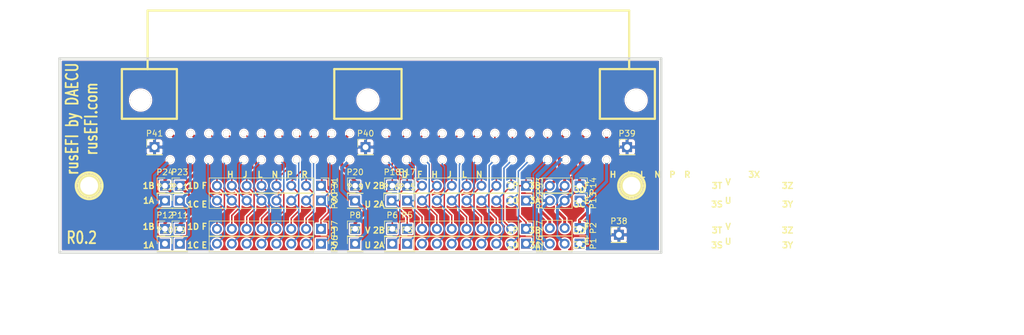
<source format=kicad_pcb>
(kicad_pcb (version 20171130) (host pcbnew "(5.1.5)-3")
  (title_block (title "ECU adapter") (date 2017-02-05) (rev R0.2) (company DAECU))
  (layers (0 F.Cu signal) (31 B.Cu signal) (34 B.Paste user) (35 F.Paste user) (36 B.SilkS user) (37 F.SilkS user) (38 B.Mask user) (39 F.Mask user) (44 Edge.Cuts user))
  (net 0 "")
  (net 1 GND)
  (net 2 "Net-(P1-Pad1)")
  (net 3 "Net-(P1-Pad2)")
  (net 4 "Net-(P1-Pad3)")
  (net 5 "Net-(P10-Pad1)")
  (net 6 "Net-(P11-Pad1)")
  (net 7 "Net-(P12-Pad1)")
  (net 8 "Net-(P14-Pad1)")
  (net 9 "Net-(P14-Pad2)")
  (net 10 "Net-(P14-Pad3)")
  (net 11 "Net-(P15-Pad1)")
  (net 12 "Net-(P16-Pad1)")
  (net 13 "Net-(P17-Pad1)")
  (net 14 "Net-(P18-Pad1)")
  (net 15 "Net-(P19-Pad1)")
  (net 16 "Net-(P20-Pad1)")
  (net 17 "Net-(P21-Pad1)")
  (net 18 "Net-(P25-Pad45)")
  (net 19 "Net-(P25-Pad37)")
  (net 20 "Net-(P25-Pad38)")
  (net 21 "Net-(P25-Pad46)")
  (net 22 "Net-(P25-Pad48)")
  (net 23 "Net-(P25-Pad40)")
  (net 24 "Net-(P25-Pad39)")
  (net 25 "Net-(P25-Pad47)")
  (net 26 "Net-(P25-Pad43)")
  (net 27 "Net-(P25-Pad35)")
  (net 28 "Net-(P25-Pad36)")
  (net 29 "Net-(P25-Pad44)")
  (net 30 "Net-(P25-Pad42)")
  (net 31 "Net-(P25-Pad34)")
  (net 32 "Net-(P25-Pad33)")
  (net 33 "Net-(P25-Pad41)")
  (net 34 "Net-(P25-Pad21)")
  (net 35 "Net-(P25-Pad29)")
  (net 36 "Net-(P25-Pad22)")
  (net 37 "Net-(P25-Pad30)")
  (net 38 "Net-(P25-Pad24)")
  (net 39 "Net-(P25-Pad32)")
  (net 40 "Net-(P25-Pad23)")
  (net 41 "Net-(P25-Pad31)")
  (net 42 "Net-(P25-Pad19)")
  (net 43 "Net-(P25-Pad27)")
  (net 44 "Net-(P25-Pad20)")
  (net 45 "Net-(P25-Pad28)")
  (net 46 "Net-(P25-Pad18)")
  (net 47 "Net-(P25-Pad26)")
  (net 48 "Net-(P25-Pad17)")
  (net 49 "Net-(P25-Pad25)")
  (module connector:174917 (layer F.Cu) (at 69.723 57.785)
    (fp_text reference P25 hide)
    (fp_text value 174917 hide)
    (pad 16 thru_hole circle (at 0.00254 -4.50088 180) (size 1.15062 1.15062) (drill 1.09982) (layers *.Cu *.Mask F.SilkS) (net 7 "Net-(P12-Pad1)"))
    (pad 13 thru_hole circle (at 0.00254 0) (size 1.15062 1.15062) (drill 1.09982) (layers *.Cu *.Mask F.SilkS) (net 5 "Net-(P10-Pad1)"))
    (pad 12 thru_hole circle (at 3.50012 0) (size 1.15062 1.15062) (drill 1.09982) (layers *.Cu *.Mask F.SilkS) (net 17 "Net-(P21-Pad1)"))
    (pad 15 thru_hole circle (at 3.50012 -4.50088 180) (size 1.15062 1.15062) (drill 1.09982) (layers *.Cu *.Mask F.SilkS) (net 6 "Net-(P11-Pad1)"))
    (pad 45 thru_hole circle (at 15.60068 -4.50088 180) (size 1.15062 1.15062) (drill 1.09982) (layers *.Cu *.Mask F.SilkS) (net 18 "Net-(P25-Pad45)"))
    (pad 37 thru_hole circle (at 15.60068 0) (size 1.15062 1.15062) (drill 1.09982) (layers *.Cu *.Mask F.SilkS) (net 19 "Net-(P25-Pad37)"))
    (pad 38 thru_hole circle (at 12.60094 0) (size 1.15062 1.15062) (drill 1.09982) (layers *.Cu *.Mask F.SilkS) (net 20 "Net-(P25-Pad38)"))
    (pad 46 thru_hole circle (at 12.60094 -4.50088 180) (size 1.15062 1.15062) (drill 1.09982) (layers *.Cu *.Mask F.SilkS) (net 21 "Net-(P25-Pad46)"))
    (pad 48 thru_hole circle (at 6.60146 -4.50088 180) (size 1.15062 1.15062) (drill 1.09982) (layers *.Cu *.Mask F.SilkS) (net 22 "Net-(P25-Pad48)"))
    (pad 40 thru_hole circle (at 6.60146 0) (size 1.15062 1.15062) (drill 1.09982) (layers *.Cu *.Mask F.SilkS) (net 23 "Net-(P25-Pad40)"))
    (pad 39 thru_hole circle (at 9.6012 0) (size 1.15062 1.15062) (drill 1.09982) (layers *.Cu *.Mask F.SilkS) (net 24 "Net-(P25-Pad39)"))
    (pad 47 thru_hole circle (at 9.6012 -4.50088 180) (size 1.15062 1.15062) (drill 1.09982) (layers *.Cu *.Mask F.SilkS) (net 25 "Net-(P25-Pad47)"))
    (pad 43 thru_hole circle (at 21.60016 -4.50088 180) (size 1.15062 1.15062) (drill 1.09982) (layers *.Cu *.Mask F.SilkS) (net 26 "Net-(P25-Pad43)"))
    (pad 35 thru_hole circle (at 21.60016 0) (size 1.15062 1.15062) (drill 1.09982) (layers *.Cu *.Mask F.SilkS) (net 27 "Net-(P25-Pad35)"))
    (pad 36 thru_hole circle (at 18.60042 0) (size 1.15062 1.15062) (drill 1.09982) (layers *.Cu *.Mask F.SilkS) (net 28 "Net-(P25-Pad36)"))
    (pad 44 thru_hole circle (at 18.60042 -4.50088 180) (size 1.15062 1.15062) (drill 1.09982) (layers *.Cu *.Mask F.SilkS) (net 29 "Net-(P25-Pad44)"))
    (pad 42 thru_hole circle (at 24.5999 -4.50088 180) (size 1.15062 1.15062) (drill 1.09982) (layers *.Cu *.Mask F.SilkS) (net 30 "Net-(P25-Pad42)"))
    (pad 34 thru_hole circle (at 24.5999 0) (size 1.15062 1.15062) (drill 1.09982) (layers *.Cu *.Mask F.SilkS) (net 31 "Net-(P25-Pad34)"))
    (pad 33 thru_hole circle (at 27.59964 0) (size 1.15062 1.15062) (drill 1.09982) (layers *.Cu *.Mask F.SilkS) (net 32 "Net-(P25-Pad33)"))
    (pad 41 thru_hole circle (at 27.59964 -4.50088 180) (size 1.15062 1.15062) (drill 1.09982) (layers *.Cu *.Mask F.SilkS) (net 33 "Net-(P25-Pad41)"))
    (pad 14 thru_hole circle (at 30.70098 -4.50088 180) (size 1.15062 1.15062) (drill 1.09982) (layers *.Cu *.Mask F.SilkS) (net 16 "Net-(P20-Pad1)"))
    (pad 11 thru_hole circle (at 30.70098 0) (size 1.15062 1.15062) (drill 1.09982) (layers *.Cu *.Mask F.SilkS) (net 15 "Net-(P19-Pad1)"))
    (pad 4 thru_hole circle (at 40.40124 0) (size 1.15062 1.15062) (drill 1.09982) (layers *.Cu *.Mask F.SilkS) (net 11 "Net-(P15-Pad1)"))
    (pad 9 thru_hole circle (at 40.40124 -4.50088 180) (size 1.15062 1.15062) (drill 1.09982) (layers *.Cu *.Mask F.SilkS) (net 13 "Net-(P17-Pad1)"))
    (pad 5 thru_hole circle (at 36.90112 0) (size 1.15062 1.15062) (drill 1.09982) (layers *.Cu *.Mask F.SilkS) (net 12 "Net-(P16-Pad1)"))
    (pad 10 thru_hole circle (at 36.90112 -4.50088 180) (size 1.15062 1.15062) (drill 1.09982) (layers *.Cu *.Mask F.SilkS) (net 14 "Net-(P18-Pad1)"))
    (pad 21 thru_hole circle (at 52.50434 0) (size 1.15062 1.15062) (drill 1.09982) (layers *.Cu *.Mask F.SilkS) (net 34 "Net-(P25-Pad21)"))
    (pad 29 thru_hole circle (at 52.50434 -4.50088 180) (size 1.15062 1.15062) (drill 1.09982) (layers *.Cu *.Mask F.SilkS) (net 35 "Net-(P25-Pad29)"))
    (pad 22 thru_hole circle (at 49.5046 0) (size 1.15062 1.15062) (drill 1.09982) (layers *.Cu *.Mask F.SilkS) (net 36 "Net-(P25-Pad22)"))
    (pad 30 thru_hole circle (at 49.5046 -4.50088 180) (size 1.15062 1.15062) (drill 1.09982) (layers *.Cu *.Mask F.SilkS) (net 37 "Net-(P25-Pad30)"))
    (pad 24 thru_hole circle (at 43.50512 0) (size 1.15062 1.15062) (drill 1.09982) (layers *.Cu *.Mask F.SilkS) (net 38 "Net-(P25-Pad24)"))
    (pad 32 thru_hole circle (at 43.50512 -4.50088 180) (size 1.15062 1.15062) (drill 1.09982) (layers *.Cu *.Mask F.SilkS) (net 39 "Net-(P25-Pad32)"))
    (pad 23 thru_hole circle (at 46.50486 0) (size 1.15062 1.15062) (drill 1.09982) (layers *.Cu *.Mask F.SilkS) (net 40 "Net-(P25-Pad23)"))
    (pad 31 thru_hole circle (at 46.50486 -4.50088 180) (size 1.15062 1.15062) (drill 1.09982) (layers *.Cu *.Mask F.SilkS) (net 41 "Net-(P25-Pad31)"))
    (pad 19 thru_hole circle (at 58.50382 0) (size 1.15062 1.15062) (drill 1.09982) (layers *.Cu *.Mask F.SilkS) (net 42 "Net-(P25-Pad19)"))
    (pad 27 thru_hole circle (at 58.50382 -4.50088 180) (size 1.15062 1.15062) (drill 1.09982) (layers *.Cu *.Mask F.SilkS) (net 43 "Net-(P25-Pad27)"))
    (pad 20 thru_hole circle (at 55.50408 0) (size 1.15062 1.15062) (drill 1.09982) (layers *.Cu *.Mask F.SilkS) (net 44 "Net-(P25-Pad20)"))
    (pad 28 thru_hole circle (at 55.50408 -4.50088 180) (size 1.15062 1.15062) (drill 1.09982) (layers *.Cu *.Mask F.SilkS) (net 45 "Net-(P25-Pad28)"))
    (pad 18 thru_hole circle (at 61.50356 0) (size 1.15062 1.15062) (drill 1.09982) (layers *.Cu *.Mask F.SilkS) (net 46 "Net-(P25-Pad18)"))
    (pad 26 thru_hole circle (at 61.50356 -4.50088 180) (size 1.15062 1.15062) (drill 1.09982) (layers *.Cu *.Mask F.SilkS) (net 47 "Net-(P25-Pad26)"))
    (pad 17 thru_hole circle (at 64.5033 0) (size 1.15062 1.15062) (drill 1.09982) (layers *.Cu *.Mask F.SilkS) (net 48 "Net-(P25-Pad17)"))
    (pad 25 thru_hole circle (at 64.5033 -4.50088 180) (size 1.15062 1.15062) (drill 1.09982) (layers *.Cu *.Mask F.SilkS) (net 49 "Net-(P25-Pad25)"))
    (pad 3 thru_hole circle (at 67.60464 0) (size 1.15062 1.15062) (drill 1.09982) (layers *.Cu *.Mask F.SilkS) (net 4 "Net-(P1-Pad3)"))
    (pad 8 thru_hole circle (at 67.60464 -4.50088 180) (size 1.15062 1.15062) (drill 1.09982) (layers *.Cu *.Mask F.SilkS) (net 10 "Net-(P14-Pad3)"))
    (pad 2 thru_hole circle (at 71.10476 0) (size 1.15062 1.15062) (drill 1.09982) (layers *.Cu *.Mask F.SilkS) (net 3 "Net-(P1-Pad2)"))
    (pad 7 thru_hole circle (at 71.10476 -4.50088 180) (size 1.15062 1.15062) (drill 1.09982) (layers *.Cu *.Mask F.SilkS) (net 9 "Net-(P14-Pad2)"))
    (pad "" thru_hole circle (at -5.04952 -10.20064) (size 3.50012 3.50012) (drill 3.50012) (layers *.Cu *.Mask F.SilkS))
    (pad "" thru_hole circle (at 33.80486 -10.20064) (size 3.50012 3.50012) (drill 3.50012) (layers *.Cu *.Mask F.SilkS))
    (pad 1 thru_hole circle (at 74.60488 0) (size 1.15062 1.15062) (drill 1.09982) (layers *.Cu *.Mask F.SilkS) (net 2 "Net-(P1-Pad1)"))
    (pad 6 thru_hole circle (at 74.60488 -4.50088 180) (size 1.15062 1.15062) (drill 1.09982) (layers *.Cu *.Mask F.SilkS) (net 8 "Net-(P14-Pad1)"))
    (pad "" thru_hole circle (at 79.6544 -10.20064) (size 3.50012 3.50012) (drill 3.50012) (layers *.Cu *.Mask F.SilkS))
  )
  (module 1pin (layer F.Cu) (at 55.88 62.23)
    (fp_text reference 1PIN hide)
    (fp_text value P*** hide)
    (pad 1 thru_hole circle (at 0 0) (size 4.064 4.064) (drill 3.048) (layers *.Cu *.Mask F.SilkS))
  )
  (module 1pin (layer F.Cu) (at 148.59 62.23)
    (fp_text reference 1PIN hide)
    (fp_text value P*** hide)
    (pad 1 thru_hole circle (at 0 0) (size 4.064 4.064) (drill 3.048) (layers *.Cu *.Mask F.SilkS))
  )
  (module Connector_PinHeader_2.54mm:PinHeader_1x03_P2.54mm_Vertical (layer F.Cu) (at 139.7 72.136 270)
    (fp_text reference P1 (at 0 -2.33 90) (layer F.SilkS))
    (fp_text value CONN_3)
    (pad 1 thru_hole rect (at 0 0 270) (size 1.7 1.7) (drill 1) (layers *.Cu *.Mask) (net 2 "Net-(P1-Pad1)"))
    (pad 2 thru_hole oval (at 0 2.54 270) (size 1.7 1.7) (drill 1) (layers *.Cu *.Mask) (net 3 "Net-(P1-Pad2)"))
    (pad 3 thru_hole oval (at 0 5.08 270) (size 1.7 1.7) (drill 1) (layers *.Cu *.Mask) (net 4 "Net-(P1-Pad3)"))
  )
  (module Connector_PinHeader_2.54mm:PinHeader_1x03_P2.54mm_Vertical (layer F.Cu) (at 139.7 69.469 270)
    (fp_text reference P2 (at 0 -2.33 90) (layer F.SilkS))
    (fp_text value CONN_3)
    (pad 3 thru_hole oval (at 0 5.08 270) (size 1.7 1.7) (drill 1) (layers *.Cu *.Mask) (net 10 "Net-(P14-Pad3)"))
    (pad 2 thru_hole oval (at 0 2.54 270) (size 1.7 1.7) (drill 1) (layers *.Cu *.Mask) (net 9 "Net-(P14-Pad2)"))
    (pad 1 thru_hole rect (at 0 0 270) (size 1.7 1.7) (drill 1) (layers *.Cu *.Mask) (net 8 "Net-(P14-Pad1)"))
  )
  (module Connector_PinHeader_2.54mm:PinHeader_1x01_P2.54mm_Vertical (layer F.Cu) (at 110.236 72.136)
    (fp_text reference P3 (at 0 -2.33) (layer F.SilkS))
    (fp_text value CONN_1)
    (pad 1 thru_hole rect (at 0 0) (size 1.7 1.7) (drill 1) (layers *.Cu *.Mask) (net 11 "Net-(P15-Pad1)"))
  )
  (module Connector_PinHeader_2.54mm:PinHeader_1x01_P2.54mm_Vertical (layer F.Cu) (at 107.696 72.136)
    (fp_text reference P4 (at 0 -2.33) (layer F.SilkS))
    (fp_text value CONN_1)
    (pad 1 thru_hole rect (at 0 0) (size 1.7 1.7) (drill 1) (layers *.Cu *.Mask) (net 12 "Net-(P16-Pad1)"))
  )
  (module Connector_PinHeader_2.54mm:PinHeader_1x01_P2.54mm_Vertical (layer F.Cu) (at 110.236 69.596)
    (fp_text reference P5 (at 0 -2.33) (layer F.SilkS))
    (fp_text value CONN_1)
    (pad 1 thru_hole rect (at 0 0) (size 1.7 1.7) (drill 1) (layers *.Cu *.Mask) (net 13 "Net-(P17-Pad1)"))
  )
  (module Connector_PinHeader_2.54mm:PinHeader_1x01_P2.54mm_Vertical (layer F.Cu) (at 107.696 69.596)
    (fp_text reference P6 (at 0 -2.33) (layer F.SilkS))
    (fp_text value CONN_1)
    (pad 1 thru_hole rect (at 0 0) (size 1.7 1.7) (drill 1) (layers *.Cu *.Mask) (net 14 "Net-(P18-Pad1)"))
  )
  (module Connector_PinHeader_2.54mm:PinHeader_1x01_P2.54mm_Vertical (layer F.Cu) (at 101.346 72.136)
    (fp_text reference P7 (at 0 -2.33) (layer F.SilkS))
    (fp_text value CONN_1)
    (pad 1 thru_hole rect (at 0 0) (size 1.7 1.7) (drill 1) (layers *.Cu *.Mask) (net 15 "Net-(P19-Pad1)"))
  )
  (module Connector_PinHeader_2.54mm:PinHeader_1x01_P2.54mm_Vertical (layer F.Cu) (at 101.346 69.596)
    (fp_text reference P8 (at 0 -2.33) (layer F.SilkS))
    (fp_text value CONN_1)
    (pad 1 thru_hole rect (at 0 0) (size 1.7 1.7) (drill 1) (layers *.Cu *.Mask) (net 16 "Net-(P20-Pad1)"))
  )
  (module Connector_PinHeader_2.54mm:PinHeader_1x01_P2.54mm_Vertical (layer F.Cu) (at 71.374 72.136)
    (fp_text reference P9 (at 0 -2.33) (layer F.SilkS))
    (fp_text value CONN_1)
    (pad 1 thru_hole rect (at 0 0) (size 1.7 1.7) (drill 1) (layers *.Cu *.Mask) (net 17 "Net-(P21-Pad1)"))
  )
  (module Connector_PinHeader_2.54mm:PinHeader_1x01_P2.54mm_Vertical (layer F.Cu) (at 68.834 72.136)
    (fp_text reference P10 (at 0 -2.33) (layer F.SilkS))
    (fp_text value CONN_1)
    (pad 1 thru_hole rect (at 0 0) (size 1.7 1.7) (drill 1) (layers *.Cu *.Mask) (net 5 "Net-(P10-Pad1)"))
  )
  (module Connector_PinHeader_2.54mm:PinHeader_1x01_P2.54mm_Vertical (layer F.Cu) (at 71.374 69.596)
    (fp_text reference P11 (at 0 -2.33) (layer F.SilkS))
    (fp_text value CONN_1)
    (pad 1 thru_hole rect (at 0 0) (size 1.7 1.7) (drill 1) (layers *.Cu *.Mask) (net 6 "Net-(P11-Pad1)"))
  )
  (module Connector_PinHeader_2.54mm:PinHeader_1x01_P2.54mm_Vertical (layer F.Cu) (at 68.834 69.596)
    (fp_text reference P12 (at 0 -2.33) (layer F.SilkS))
    (fp_text value CONN_1)
    (pad 1 thru_hole rect (at 0 0) (size 1.7 1.7) (drill 1) (layers *.Cu *.Mask) (net 7 "Net-(P12-Pad1)"))
  )
  (module Connector_PinHeader_2.54mm:PinHeader_1x03_P2.54mm_Vertical (layer F.Cu) (at 139.7 64.77 270)
    (fp_text reference P13 (at 0 -2.33 90) (layer F.SilkS))
    (fp_text value CONN_3)
    (pad 3 thru_hole oval (at 0 5.08 270) (size 1.7 1.7) (drill 1) (layers *.Cu *.Mask) (net 4 "Net-(P1-Pad3)"))
    (pad 2 thru_hole oval (at 0 2.54 270) (size 1.7 1.7) (drill 1) (layers *.Cu *.Mask) (net 3 "Net-(P1-Pad2)"))
    (pad 1 thru_hole rect (at 0 0 270) (size 1.7 1.7) (drill 1) (layers *.Cu *.Mask) (net 2 "Net-(P1-Pad1)"))
  )
  (module Connector_PinHeader_2.54mm:PinHeader_1x03_P2.54mm_Vertical (layer F.Cu) (at 139.7 62.23 270)
    (fp_text reference P14 (at 0 -2.33 90) (layer F.SilkS))
    (fp_text value CONN_3)
    (pad 1 thru_hole rect (at 0 0 270) (size 1.7 1.7) (drill 1) (layers *.Cu *.Mask) (net 8 "Net-(P14-Pad1)"))
    (pad 2 thru_hole oval (at 0 2.54 270) (size 1.7 1.7) (drill 1) (layers *.Cu *.Mask) (net 9 "Net-(P14-Pad2)"))
    (pad 3 thru_hole oval (at 0 5.08 270) (size 1.7 1.7) (drill 1) (layers *.Cu *.Mask) (net 10 "Net-(P14-Pad3)"))
  )
  (module Connector_PinHeader_2.54mm:PinHeader_1x01_P2.54mm_Vertical (layer F.Cu) (at 110.236 64.77)
    (fp_text reference P15 (at 0 -2.33) (layer F.SilkS))
    (fp_text value CONN_1)
    (pad 1 thru_hole rect (at 0 0) (size 1.7 1.7) (drill 1) (layers *.Cu *.Mask) (net 11 "Net-(P15-Pad1)"))
  )
  (module Connector_PinHeader_2.54mm:PinHeader_1x01_P2.54mm_Vertical (layer F.Cu) (at 107.569 64.77)
    (fp_text reference P16 (at 0 -2.33) (layer F.SilkS))
    (fp_text value CONN_1)
    (pad 1 thru_hole rect (at 0 0) (size 1.7 1.7) (drill 1) (layers *.Cu *.Mask) (net 12 "Net-(P16-Pad1)"))
  )
  (module Connector_PinHeader_2.54mm:PinHeader_1x01_P2.54mm_Vertical (layer F.Cu) (at 110.236 62.23)
    (fp_text reference P17 (at 0 -2.33) (layer F.SilkS))
    (fp_text value CONN_1)
    (pad 1 thru_hole rect (at 0 0) (size 1.7 1.7) (drill 1) (layers *.Cu *.Mask) (net 13 "Net-(P17-Pad1)"))
  )
  (module Connector_PinHeader_2.54mm:PinHeader_1x01_P2.54mm_Vertical (layer F.Cu) (at 107.696 62.23)
    (fp_text reference P18 (at 0 -2.33) (layer F.SilkS))
    (fp_text value CONN_1)
    (pad 1 thru_hole rect (at 0 0) (size 1.7 1.7) (drill 1) (layers *.Cu *.Mask) (net 14 "Net-(P18-Pad1)"))
  )
  (module Connector_PinHeader_2.54mm:PinHeader_1x01_P2.54mm_Vertical (layer F.Cu) (at 101.346 64.77)
    (fp_text reference P19 (at 0 -2.33) (layer F.SilkS))
    (fp_text value CONN_1)
    (pad 1 thru_hole rect (at 0 0) (size 1.7 1.7) (drill 1) (layers *.Cu *.Mask) (net 15 "Net-(P19-Pad1)"))
  )
  (module Connector_PinHeader_2.54mm:PinHeader_1x01_P2.54mm_Vertical (layer F.Cu) (at 101.346 62.23)
    (fp_text reference P20 (at 0 -2.33) (layer F.SilkS))
    (fp_text value CONN_1)
    (pad 1 thru_hole rect (at 0 0) (size 1.7 1.7) (drill 1) (layers *.Cu *.Mask) (net 16 "Net-(P20-Pad1)"))
  )
  (module Connector_PinHeader_2.54mm:PinHeader_1x01_P2.54mm_Vertical (layer F.Cu) (at 71.374 64.77)
    (fp_text reference P21 (at 0 -2.33) (layer F.SilkS))
    (fp_text value CONN_1)
    (pad 1 thru_hole rect (at 0 0) (size 1.7 1.7) (drill 1) (layers *.Cu *.Mask) (net 17 "Net-(P21-Pad1)"))
  )
  (module Connector_PinHeader_2.54mm:PinHeader_1x01_P2.54mm_Vertical (layer F.Cu) (at 68.834 64.77)
    (fp_text reference P22 (at 0 -2.33) (layer F.SilkS))
    (fp_text value CONN_1)
    (pad 1 thru_hole rect (at 0 0) (size 1.7 1.7) (drill 1) (layers *.Cu *.Mask) (net 5 "Net-(P10-Pad1)"))
  )
  (module Connector_PinHeader_2.54mm:PinHeader_1x01_P2.54mm_Vertical (layer F.Cu) (at 71.374 62.23)
    (fp_text reference P23 (at 0 -2.33) (layer F.SilkS))
    (fp_text value CONN_1)
    (pad 1 thru_hole rect (at 0 0) (size 1.7 1.7) (drill 1) (layers *.Cu *.Mask) (net 6 "Net-(P11-Pad1)"))
  )
  (module Connector_PinHeader_2.54mm:PinHeader_1x01_P2.54mm_Vertical (layer F.Cu) (at 68.834 62.23)
    (fp_text reference P24 (at 0 -2.33) (layer F.SilkS))
    (fp_text value CONN_1)
    (pad 1 thru_hole rect (at 0 0) (size 1.7 1.7) (drill 1) (layers *.Cu *.Mask) (net 7 "Net-(P12-Pad1)"))
  )
  (module Connector_PinHeader_2.54mm:PinHeader_1x08_P2.54mm_Vertical (layer F.Cu) (at 130.556 72.136 270)
    (fp_text reference P26 (at 0 -2.33 90) (layer F.SilkS))
    (fp_text value CONN_8)
    (pad 1 thru_hole rect (at 0 0 270) (size 1.7 1.7) (drill 1) (layers *.Cu *.Mask) (net 48 "Net-(P25-Pad17)"))
    (pad 2 thru_hole oval (at 0 2.54 270) (size 1.7 1.7) (drill 1) (layers *.Cu *.Mask) (net 46 "Net-(P25-Pad18)"))
    (pad 3 thru_hole oval (at 0 5.08 270) (size 1.7 1.7) (drill 1) (layers *.Cu *.Mask) (net 42 "Net-(P25-Pad19)"))
    (pad 4 thru_hole oval (at 0 7.62 270) (size 1.7 1.7) (drill 1) (layers *.Cu *.Mask) (net 44 "Net-(P25-Pad20)"))
    (pad 5 thru_hole oval (at 0 10.16 270) (size 1.7 1.7) (drill 1) (layers *.Cu *.Mask) (net 34 "Net-(P25-Pad21)"))
    (pad 6 thru_hole oval (at 0 12.7 270) (size 1.7 1.7) (drill 1) (layers *.Cu *.Mask) (net 36 "Net-(P25-Pad22)"))
    (pad 7 thru_hole oval (at 0 15.24 270) (size 1.7 1.7) (drill 1) (layers *.Cu *.Mask) (net 40 "Net-(P25-Pad23)"))
    (pad 8 thru_hole oval (at 0 17.78 270) (size 1.7 1.7) (drill 1) (layers *.Cu *.Mask) (net 38 "Net-(P25-Pad24)"))
  )
  (module Connector_PinHeader_2.54mm:PinHeader_1x08_P2.54mm_Vertical (layer F.Cu) (at 130.556 69.596 270)
    (fp_text reference P27 (at 0 -2.33 90) (layer F.SilkS))
    (fp_text value CONN_8)
    (pad 8 thru_hole oval (at 0 17.78 270) (size 1.7 1.7) (drill 1) (layers *.Cu *.Mask) (net 39 "Net-(P25-Pad32)"))
    (pad 7 thru_hole oval (at 0 15.24 270) (size 1.7 1.7) (drill 1) (layers *.Cu *.Mask) (net 41 "Net-(P25-Pad31)"))
    (pad 6 thru_hole oval (at 0 12.7 270) (size 1.7 1.7) (drill 1) (layers *.Cu *.Mask) (net 37 "Net-(P25-Pad30)"))
    (pad 5 thru_hole oval (at 0 10.16 270) (size 1.7 1.7) (drill 1) (layers *.Cu *.Mask) (net 35 "Net-(P25-Pad29)"))
    (pad 4 thru_hole oval (at 0 7.62 270) (size 1.7 1.7) (drill 1) (layers *.Cu *.Mask) (net 45 "Net-(P25-Pad28)"))
    (pad 3 thru_hole oval (at 0 5.08 270) (size 1.7 1.7) (drill 1) (layers *.Cu *.Mask) (net 43 "Net-(P25-Pad27)"))
    (pad 2 thru_hole oval (at 0 2.54 270) (size 1.7 1.7) (drill 1) (layers *.Cu *.Mask) (net 47 "Net-(P25-Pad26)"))
    (pad 1 thru_hole rect (at 0 0 270) (size 1.7 1.7) (drill 1) (layers *.Cu *.Mask) (net 49 "Net-(P25-Pad25)"))
  )
  (module Connector_PinHeader_2.54mm:PinHeader_1x08_P2.54mm_Vertical (layer F.Cu) (at 95.504 64.77 270)
    (fp_text reference P30 (at 0 -2.33 90) (layer F.SilkS))
    (fp_text value CONN_8)
    (pad 1 thru_hole rect (at 0 0 270) (size 1.7 1.7) (drill 1) (layers *.Cu *.Mask) (net 32 "Net-(P25-Pad33)"))
    (pad 2 thru_hole oval (at 0 2.54 270) (size 1.7 1.7) (drill 1) (layers *.Cu *.Mask) (net 31 "Net-(P25-Pad34)"))
    (pad 3 thru_hole oval (at 0 5.08 270) (size 1.7 1.7) (drill 1) (layers *.Cu *.Mask) (net 27 "Net-(P25-Pad35)"))
    (pad 4 thru_hole oval (at 0 7.62 270) (size 1.7 1.7) (drill 1) (layers *.Cu *.Mask) (net 28 "Net-(P25-Pad36)"))
    (pad 5 thru_hole oval (at 0 10.16 270) (size 1.7 1.7) (drill 1) (layers *.Cu *.Mask) (net 19 "Net-(P25-Pad37)"))
    (pad 6 thru_hole oval (at 0 12.7 270) (size 1.7 1.7) (drill 1) (layers *.Cu *.Mask) (net 20 "Net-(P25-Pad38)"))
    (pad 7 thru_hole oval (at 0 15.24 270) (size 1.7 1.7) (drill 1) (layers *.Cu *.Mask) (net 24 "Net-(P25-Pad39)"))
    (pad 8 thru_hole oval (at 0 17.78 270) (size 1.7 1.7) (drill 1) (layers *.Cu *.Mask) (net 23 "Net-(P25-Pad40)"))
  )
  (module Connector_PinHeader_2.54mm:PinHeader_1x08_P2.54mm_Vertical (layer F.Cu) (at 95.504 62.23 270)
    (fp_text reference P31 (at 0 -2.33 90) (layer F.SilkS))
    (fp_text value CONN_8)
    (pad 8 thru_hole oval (at 0 17.78 270) (size 1.7 1.7) (drill 1) (layers *.Cu *.Mask) (net 22 "Net-(P25-Pad48)"))
    (pad 7 thru_hole oval (at 0 15.24 270) (size 1.7 1.7) (drill 1) (layers *.Cu *.Mask) (net 25 "Net-(P25-Pad47)"))
    (pad 6 thru_hole oval (at 0 12.7 270) (size 1.7 1.7) (drill 1) (layers *.Cu *.Mask) (net 21 "Net-(P25-Pad46)"))
    (pad 5 thru_hole oval (at 0 10.16 270) (size 1.7 1.7) (drill 1) (layers *.Cu *.Mask) (net 18 "Net-(P25-Pad45)"))
    (pad 4 thru_hole oval (at 0 7.62 270) (size 1.7 1.7) (drill 1) (layers *.Cu *.Mask) (net 29 "Net-(P25-Pad44)"))
    (pad 3 thru_hole oval (at 0 5.08 270) (size 1.7 1.7) (drill 1) (layers *.Cu *.Mask) (net 26 "Net-(P25-Pad43)"))
    (pad 2 thru_hole oval (at 0 2.54 270) (size 1.7 1.7) (drill 1) (layers *.Cu *.Mask) (net 30 "Net-(P25-Pad42)"))
    (pad 1 thru_hole rect (at 0 0 270) (size 1.7 1.7) (drill 1) (layers *.Cu *.Mask) (net 33 "Net-(P25-Pad41)"))
  )
  (module Connector_PinHeader_2.54mm:PinHeader_1x08_P2.54mm_Vertical (layer F.Cu) (at 130.556 64.77 270)
    (fp_text reference P32 (at 0 -2.33 90) (layer F.SilkS))
    (fp_text value CONN_8)
    (pad 8 thru_hole oval (at 0 17.78 270) (size 1.7 1.7) (drill 1) (layers *.Cu *.Mask) (net 38 "Net-(P25-Pad24)"))
    (pad 7 thru_hole oval (at 0 15.24 270) (size 1.7 1.7) (drill 1) (layers *.Cu *.Mask) (net 40 "Net-(P25-Pad23)"))
    (pad 6 thru_hole oval (at 0 12.7 270) (size 1.7 1.7) (drill 1) (layers *.Cu *.Mask) (net 36 "Net-(P25-Pad22)"))
    (pad 5 thru_hole oval (at 0 10.16 270) (size 1.7 1.7) (drill 1) (layers *.Cu *.Mask) (net 34 "Net-(P25-Pad21)"))
    (pad 4 thru_hole oval (at 0 7.62 270) (size 1.7 1.7) (drill 1) (layers *.Cu *.Mask) (net 44 "Net-(P25-Pad20)"))
    (pad 3 thru_hole oval (at 0 5.08 270) (size 1.7 1.7) (drill 1) (layers *.Cu *.Mask) (net 42 "Net-(P25-Pad19)"))
    (pad 2 thru_hole oval (at 0 2.54 270) (size 1.7 1.7) (drill 1) (layers *.Cu *.Mask) (net 46 "Net-(P25-Pad18)"))
    (pad 1 thru_hole rect (at 0 0 270) (size 1.7 1.7) (drill 1) (layers *.Cu *.Mask) (net 48 "Net-(P25-Pad17)"))
  )
  (module Connector_PinHeader_2.54mm:PinHeader_1x08_P2.54mm_Vertical (layer F.Cu) (at 130.556 62.23 270)
    (fp_text reference P33 (at 0 -2.33 90) (layer F.SilkS))
    (fp_text value CONN_8)
    (pad 1 thru_hole rect (at 0 0 270) (size 1.7 1.7) (drill 1) (layers *.Cu *.Mask) (net 49 "Net-(P25-Pad25)"))
    (pad 2 thru_hole oval (at 0 2.54 270) (size 1.7 1.7) (drill 1) (layers *.Cu *.Mask) (net 47 "Net-(P25-Pad26)"))
    (pad 3 thru_hole oval (at 0 5.08 270) (size 1.7 1.7) (drill 1) (layers *.Cu *.Mask) (net 43 "Net-(P25-Pad27)"))
    (pad 4 thru_hole oval (at 0 7.62 270) (size 1.7 1.7) (drill 1) (layers *.Cu *.Mask) (net 45 "Net-(P25-Pad28)"))
    (pad 5 thru_hole oval (at 0 10.16 270) (size 1.7 1.7) (drill 1) (layers *.Cu *.Mask) (net 35 "Net-(P25-Pad29)"))
    (pad 6 thru_hole oval (at 0 12.7 270) (size 1.7 1.7) (drill 1) (layers *.Cu *.Mask) (net 37 "Net-(P25-Pad30)"))
    (pad 7 thru_hole oval (at 0 15.24 270) (size 1.7 1.7) (drill 1) (layers *.Cu *.Mask) (net 41 "Net-(P25-Pad31)"))
    (pad 8 thru_hole oval (at 0 17.78 270) (size 1.7 1.7) (drill 1) (layers *.Cu *.Mask) (net 39 "Net-(P25-Pad32)"))
  )
  (module Connector_PinHeader_2.54mm:PinHeader_1x08_P2.54mm_Vertical (layer F.Cu) (at 95.504 72.136 270)
    (fp_text reference P36 (at 0 -2.33 90) (layer F.SilkS))
    (fp_text value CONN_8)
    (pad 8 thru_hole oval (at 0 17.78 270) (size 1.7 1.7) (drill 1) (layers *.Cu *.Mask) (net 23 "Net-(P25-Pad40)"))
    (pad 7 thru_hole oval (at 0 15.24 270) (size 1.7 1.7) (drill 1) (layers *.Cu *.Mask) (net 24 "Net-(P25-Pad39)"))
    (pad 6 thru_hole oval (at 0 12.7 270) (size 1.7 1.7) (drill 1) (layers *.Cu *.Mask) (net 20 "Net-(P25-Pad38)"))
    (pad 5 thru_hole oval (at 0 10.16 270) (size 1.7 1.7) (drill 1) (layers *.Cu *.Mask) (net 19 "Net-(P25-Pad37)"))
    (pad 4 thru_hole oval (at 0 7.62 270) (size 1.7 1.7) (drill 1) (layers *.Cu *.Mask) (net 28 "Net-(P25-Pad36)"))
    (pad 3 thru_hole oval (at 0 5.08 270) (size 1.7 1.7) (drill 1) (layers *.Cu *.Mask) (net 27 "Net-(P25-Pad35)"))
    (pad 2 thru_hole oval (at 0 2.54 270) (size 1.7 1.7) (drill 1) (layers *.Cu *.Mask) (net 31 "Net-(P25-Pad34)"))
    (pad 1 thru_hole rect (at 0 0 270) (size 1.7 1.7) (drill 1) (layers *.Cu *.Mask) (net 32 "Net-(P25-Pad33)"))
  )
  (module Connector_PinHeader_2.54mm:PinHeader_1x08_P2.54mm_Vertical (layer F.Cu) (at 95.504 69.596 270)
    (fp_text reference P37 (at 0 -2.33 90) (layer F.SilkS))
    (fp_text value CONN_8)
    (pad 1 thru_hole rect (at 0 0 270) (size 1.7 1.7) (drill 1) (layers *.Cu *.Mask) (net 33 "Net-(P25-Pad41)"))
    (pad 2 thru_hole oval (at 0 2.54 270) (size 1.7 1.7) (drill 1) (layers *.Cu *.Mask) (net 30 "Net-(P25-Pad42)"))
    (pad 3 thru_hole oval (at 0 5.08 270) (size 1.7 1.7) (drill 1) (layers *.Cu *.Mask) (net 26 "Net-(P25-Pad43)"))
    (pad 4 thru_hole oval (at 0 7.62 270) (size 1.7 1.7) (drill 1) (layers *.Cu *.Mask) (net 29 "Net-(P25-Pad44)"))
    (pad 5 thru_hole oval (at 0 10.16 270) (size 1.7 1.7) (drill 1) (layers *.Cu *.Mask) (net 18 "Net-(P25-Pad45)"))
    (pad 6 thru_hole oval (at 0 12.7 270) (size 1.7 1.7) (drill 1) (layers *.Cu *.Mask) (net 21 "Net-(P25-Pad46)"))
    (pad 7 thru_hole oval (at 0 15.24 270) (size 1.7 1.7) (drill 1) (layers *.Cu *.Mask) (net 25 "Net-(P25-Pad47)"))
    (pad 8 thru_hole oval (at 0 17.78 270) (size 1.7 1.7) (drill 1) (layers *.Cu *.Mask) (net 22 "Net-(P25-Pad48)"))
  )
  (module Connector_PinHeader_2.54mm:PinHeader_1x01_P2.54mm_Vertical (layer F.Cu) (at 146.431 70.612)
    (fp_text reference P38 (at 0 -2.33) (layer F.SilkS))
    (fp_text value CONN_1)
    (pad 1 thru_hole rect (at 0 0) (size 1.7 1.7) (drill 1) (layers *.Cu *.Mask) (net 1 GND))
  )
  (module Connector_PinHeader_2.54mm:PinHeader_1x01_P2.54mm_Vertical (layer F.Cu) (at 147.828 55.626)
    (fp_text reference P39 (at 0 -2.33) (layer F.SilkS))
    (fp_text value CONN_1)
    (pad 1 thru_hole rect (at 0 0) (size 1.7 1.7) (drill 1) (layers *.Cu *.Mask) (net 1 GND))
  )
  (module Connector_PinHeader_2.54mm:PinHeader_1x01_P2.54mm_Vertical (layer F.Cu) (at 103.124 55.626)
    (fp_text reference P40 (at 0 -2.33) (layer F.SilkS))
    (fp_text value CONN_1)
    (pad 1 thru_hole rect (at 0 0) (size 1.7 1.7) (drill 1) (layers *.Cu *.Mask) (net 1 GND))
  )
  (module Connector_PinHeader_2.54mm:PinHeader_1x01_P2.54mm_Vertical (layer F.Cu) (at 67.056 55.626)
    (fp_text reference P41 (at 0 -2.33) (layer F.SilkS))
    (fp_text value CONN_1)
    (pad 1 thru_hole rect (at 0 0) (size 1.7 1.7) (drill 1) (layers *.Cu *.Mask) (net 1 GND))
  )
  (gr_line (start 153.67 73.66) (end 50.8 73.66) (angle 90) (layer Edge.Cuts) (width 0.381))
  (gr_text R0.2 (at 54.61 71.12) (layer F.SilkS) (effects (font (size 2.032 1.524) (thickness 0.3048))))
  (gr_text R (at 158.115 60.325) (layer F.SilkS) (effects (font (size 1.016 1.016) (thickness 0.22352))))
  (gr_text P (at 155.575 60.325) (layer F.SilkS) (effects (font (size 1.016 1.016) (thickness 0.22352))))
  (gr_text N (at 153.035 60.325) (layer F.SilkS) (effects (font (size 1.016 1.016) (thickness 0.22352))))
  (gr_text L (at 150.495 60.325) (layer F.SilkS) (effects (font (size 1.016 1.016) (thickness 0.22352))))
  (gr_text J (at 147.955 60.325) (layer F.SilkS) (effects (font (size 1.016 1.016) (thickness 0.22352))))
  (gr_text H (at 145.415 60.325) (layer F.SilkS) (effects (font (size 1.016 1.016) (thickness 0.22352))))
  (gr_text U (at 165.1 64.77) (layer F.SilkS) (effects (font (size 1.016 1.016) (thickness 0.22352))))
  (gr_text U (at 165.1 71.755) (layer F.SilkS) (effects (font (size 1.016 1.016) (thickness 0.22352))))
  (gr_text 3S (at 163.195 72.39) (layer F.SilkS) (effects (font (size 1.016 1.016) (thickness 0.22352))))
  (gr_text 3S (at 163.195 65.405) (layer F.SilkS) (effects (font (size 1.016 1.016) (thickness 0.22352))))
  (gr_text 3T (at 163.195 69.85) (layer F.SilkS) (effects (font (size 1.016 1.016) (thickness 0.22352))))
  (gr_text V (at 165.1 69.215) (layer F.SilkS) (effects (font (size 1.016 1.016) (thickness 0.22352))))
  (gr_text 3T (at 163.195 62.23) (layer F.SilkS) (effects (font (size 1.016 1.016) (thickness 0.22352))))
  (gr_text V (at 165.1 61.595) (layer F.SilkS) (effects (font (size 1.016 1.016) (thickness 0.22352))))
  (gr_text 3X (at 169.545 60.325) (layer F.SilkS) (effects (font (size 1.016 1.016) (thickness 0.22352))))
  (gr_text F (at 140.97 69.215) (layer F.SilkS) (effects (font (size 1.016 1.016) (thickness 0.22352))))
  (gr_text F (at 140.97 62.23) (layer F.SilkS) (effects (font (size 1.016 1.016) (thickness 0.22352))))
  (gr_text E (at 140.97 64.77) (layer F.SilkS) (effects (font (size 1.016 1.016) (thickness 0.22352))))
  (gr_text E (at 140.97 71.755) (layer F.SilkS) (effects (font (size 1.016 1.016) (thickness 0.22352))))
  (gr_text 3D (at 139.7 62.865) (layer F.SilkS) (effects (font (size 1.016 1.016) (thickness 0.22352))))
  (gr_text 3D (at 139.7 69.85) (layer F.SilkS) (effects (font (size 1.016 1.016) (thickness 0.22352))))
  (gr_text 3C (at 139.7 65.405) (layer F.SilkS) (effects (font (size 1.016 1.016) (thickness 0.22352))))
  (gr_text 3C (at 139.7 72.39) (layer F.SilkS) (effects (font (size 1.016 1.016) (thickness 0.22352))))
  (gr_text 3A (at 132.08 64.77) (layer F.SilkS) (effects (font (size 1.016 1.016) (thickness 0.22352))))
  (gr_text 3B (at 132.08 62.23) (layer F.SilkS) (effects (font (size 1.016 1.016) (thickness 0.22352))))
  (gr_text 2P (at 128.27 69.85) (layer F.SilkS) (effects (font (size 1.016 1.016) (thickness 0.22352))))
  (gr_text 2O (at 128.27 72.39) (layer F.SilkS) (effects (font (size 1.016 1.016) (thickness 0.22352))))
  (gr_text 2O (at 128.27 64.77) (layer F.SilkS) (effects (font (size 1.016 1.016) (thickness 0.22352))))
  (gr_text 2P (at 128.27 62.23) (layer F.SilkS) (effects (font (size 1.016 1.016) (thickness 0.22352))))
  (gr_text N (at 122.555 60.325) (layer F.SilkS) (effects (font (size 1.016 1.016) (thickness 0.22352))))
  (gr_text L (at 120.015 60.325) (layer F.SilkS) (effects (font (size 1.016 1.016) (thickness 0.22352))))
  (gr_text J (at 117.475 60.325) (layer F.SilkS) (effects (font (size 1.016 1.016) (thickness 0.22352))))
  (gr_text H (at 114.935 60.325) (layer F.SilkS) (effects (font (size 1.016 1.016) (thickness 0.22352))))
  (gr_text F (at 112.395 60.325) (layer F.SilkS) (effects (font (size 1.016 1.016) (thickness 0.22352))))
  (gr_text D (at 109.855 60.325) (layer F.SilkS) (effects (font (size 1.016 1.016) (thickness 0.22352))))
  (gr_text R (at 92.71 60.325) (layer F.SilkS) (effects (font (size 1.016 1.016) (thickness 0.22352))))
  (gr_text P (at 90.17 60.325) (layer F.SilkS) (effects (font (size 1.016 1.016) (thickness 0.22352))))
  (gr_text N (at 87.63 60.325) (layer F.SilkS) (effects (font (size 1.016 1.016) (thickness 0.22352))))
  (gr_text L (at 85.09 60.325) (layer F.SilkS) (effects (font (size 1.016 1.016) (thickness 0.22352))))
  (gr_text J (at 82.55 60.325) (layer F.SilkS) (effects (font (size 1.016 1.016) (thickness 0.22352))))
  (gr_text H (at 80.01 60.325) (layer F.SilkS) (effects (font (size 1.016 1.016) (thickness 0.22352))))
  (gr_text T (at 97.79 62.23) (layer F.SilkS) (effects (font (size 1.016 1.016) (thickness 0.22352))))
  (gr_text T (at 97.79 69.85) (layer F.SilkS) (effects (font (size 1.016 1.016) (thickness 0.22352))))
  (gr_text S (at 97.79 64.77) (layer F.SilkS) (effects (font (size 1.016 1.016) (thickness 0.22352))))
  (gr_text S (at 97.79 72.39) (layer F.SilkS) (effects (font (size 1.016 1.016) (thickness 0.22352))))
  (gr_text V (at 103.505 69.85) (layer F.SilkS) (effects (font (size 1.016 1.016) (thickness 0.22352))))
  (gr_text V (at 103.505 62.23) (layer F.SilkS) (effects (font (size 1.016 1.016) (thickness 0.22352))))
  (gr_text 2B (at 105.41 62.23) (layer F.SilkS) (effects (font (size 1.016 1.016) (thickness 0.22352))))
  (gr_text 2B (at 105.41 69.85) (layer F.SilkS) (effects (font (size 1.016 1.016) (thickness 0.22352))))
  (gr_text 2A (at 105.41 65.405) (layer F.SilkS) (effects (font (size 1.016 1.016) (thickness 0.22352))))
  (gr_text 2A (at 105.41 72.39) (layer F.SilkS) (effects (font (size 1.016 1.016) (thickness 0.22352))))
  (gr_text U (at 103.505 65.405) (layer F.SilkS) (effects (font (size 1.016 1.016) (thickness 0.22352))))
  (gr_text U (at 103.505 72.39) (layer F.SilkS) (effects (font (size 1.016 1.016) (thickness 0.22352))))
  (gr_text E (at 75.565 65.405) (layer F.SilkS) (effects (font (size 1.016 1.016) (thickness 0.22352))))
  (gr_text F (at 75.565 62.23) (layer F.SilkS) (effects (font (size 1.016 1.016) (thickness 0.22352))))
  (gr_text 1D (at 73.66 62.23) (layer F.SilkS) (effects (font (size 1.016 1.016) (thickness 0.22352))))
  (gr_text 1C (at 73.66 65.405) (layer F.SilkS) (effects (font (size 1.016 1.016) (thickness 0.22352))))
  (gr_text F (at 75.565 69.215) (layer F.SilkS) (effects (font (size 1.016 1.016) (thickness 0.22352))))
  (gr_text E (at 75.565 72.39) (layer F.SilkS) (effects (font (size 1.016 1.016) (thickness 0.22352))))
  (gr_text 1D (at 73.66 69.215) (layer F.SilkS) (effects (font (size 1.016 1.016) (thickness 0.22352))))
  (gr_text 1C (at 73.66 72.39) (layer F.SilkS) (effects (font (size 1.016 1.016) (thickness 0.22352))))
  (gr_text 1B (at 66.04 69.215) (layer F.SilkS) (effects (font (size 1.016 1.016) (thickness 0.22352))))
  (gr_text 1B (at 66.04 62.23) (layer F.SilkS) (effects (font (size 1.016 1.016) (thickness 0.22352))))
  (gr_text 1A (at 66.04 64.77) (layer F.SilkS) (effects (font (size 1.016 1.016) (thickness 0.22352))))
  (gr_text 1A (at 66.04 72.39) (layer F.SilkS) (effects (font (size 1.016 1.016) (thickness 0.22352))))
  (gr_text 3B (at 132.08 69.85) (layer F.SilkS) (effects (font (size 1.016 1.016) (thickness 0.22352))))
  (gr_text 3A (at 132.08 72.39) (layer F.SilkS) (effects (font (size 1.016 1.016) (thickness 0.22352))))
  (gr_text 3Z (at 175.26 62.23) (layer F.SilkS) (effects (font (size 1.016 1.016) (thickness 0.22352))))
  (gr_text 3Y (at 175.26 65.405) (layer F.SilkS) (effects (font (size 1.016 1.016) (thickness 0.22352))))
  (gr_text 3Z (at 175.26 69.85) (layer F.SilkS) (effects (font (size 1.016 1.016) (thickness 0.22352))))
  (gr_text 3Y (at 175.26 72.39) (layer F.SilkS) (effects (font (size 1.016 1.016) (thickness 0.22352))))
  (gr_text "rusEFI by DAECU\nrusEFI.com" (at 54.61 50.8 90) (layer F.SilkS) (effects (font (size 2.032 1.524) (thickness 0.3048))))
  (gr_line (start 50.8 73.66) (end 50.8 40.46) (angle 90) (layer Edge.Cuts) (width 0.381))
  (gr_line (start 153.67 40.46) (end 153.67 73.66) (angle 90) (layer Edge.Cuts) (width 0.381))
  (gr_line (start 50.8 40.46) (end 153.67 40.46) (angle 90) (layer Edge.Cuts) (width 0.381))
  (segment (start 141.058001 66.128001) (end 139.7 64.77) (width 0.508) (layer B.Cu) (net 2))
  (segment (start 141.058001 72.135999) (end 141.058001 66.128001) (width 0.508) (layer B.Cu) (net 2))
  (segment (start 139.7 72.136) (end 141.058001 72.135999) (width 0.508) (layer B.Cu) (net 2))
  (segment (start 144.32788 58.598611) (end 144.32788 57.785) (width 0.508) (layer B.Cu) (net 2))
  (segment (start 144.32788 61.50012) (end 144.32788 58.598611) (width 0.508) (layer B.Cu) (net 2))
  (segment (start 141.058 64.77) (end 144.32788 61.50012) (width 0.508) (layer B.Cu) (net 2))
  (segment (start 139.7 64.77) (end 141.058 64.77) (width 0.508) (layer B.Cu) (net 2))
  (segment (start 135.928999 66.001001) (end 136.310001 65.619999) (width 0.508) (layer B.Cu) (net 3))
  (segment (start 136.310001 65.619999) (end 137.16 64.77) (width 0.508) (layer B.Cu) (net 3))
  (segment (start 137.16 72.136) (end 135.928999 70.904999) (width 0.508) (layer B.Cu) (net 3))
  (segment (start 140.252451 58.360309) (end 140.82776 57.785) (width 0.508) (layer B.Cu) (net 3))
  (segment (start 138.468999 60.143761) (end 140.252451 58.360309) (width 0.508) (layer B.Cu) (net 3))
  (segment (start 135.928999 67.983999) (end 135.928999 66.001001) (width 0.508) (layer B.Cu) (net 3))
  (segment (start 135.928999 70.904999) (end 135.928999 67.983999) (width 0.254) (layer B.Cu) (net 3))
  (segment (start 138.468999 63.461001) (end 138.468999 60.143761) (width 0.254) (layer B.Cu) (net 3))
  (segment (start 137.16 64.77) (end 138.468999 63.461001) (width 0.508) (layer B.Cu) (net 3))
  (segment (start 134.366 72.136) (end 133.096 70.866) (width 0.508) (layer B.Cu) (net 4))
  (segment (start 133.096 70.866) (end 133.096 66.294) (width 0.508) (layer B.Cu) (net 4))
  (segment (start 133.096 66.294) (end 134.62 64.77) (width 0.508) (layer B.Cu) (net 4))
  (segment (start 134.62 72.136) (end 134.366 72.136) (width 0.508) (layer B.Cu) (net 4))
  (segment (start 133.261999 64.61408) (end 133.261999 61.03703) (width 0.508) (layer B.Cu) (net 4))
  (segment (start 133.417919 64.77) (end 133.261999 64.61408) (width 0.508) (layer B.Cu) (net 4))
  (segment (start 136.514029 57.785) (end 137.32764 57.785) (width 0.508) (layer B.Cu) (net 4))
  (segment (start 133.261999 61.03703) (end 136.514029 57.785) (width 0.508) (layer B.Cu) (net 4))
  (segment (start 134.62 64.77) (end 133.417919 64.77) (width 0.508) (layer B.Cu) (net 4))
  (segment (start 68.58 72.136) (end 67.31 70.866) (width 0.508) (layer B.Cu) (net 5))
  (segment (start 67.31 70.866) (end 67.31 66.294) (width 0.508) (layer B.Cu) (net 5))
  (segment (start 67.31 66.294) (end 68.834 64.77) (width 0.508) (layer B.Cu) (net 5))
  (segment (start 68.834 72.136) (end 68.58 72.136) (width 0.508) (layer B.Cu) (net 5))
  (segment (start 68.326 64.77) (end 67.056 63.5) (width 0.508) (layer B.Cu) (net 5))
  (segment (start 67.056 63.5) (end 67.056 60.50534) (width 0.508) (layer B.Cu) (net 5))
  (segment (start 67.056 60.50534) (end 69.77634 57.785) (width 0.508) (layer B.Cu) (net 5))
  (segment (start 68.834 64.77) (end 68.326 64.77) (width 0.508) (layer B.Cu) (net 5))
  (segment (start 71.374 68.834) (end 73.152 67.056) (width 0.508) (layer F.Cu) (net 6))
  (segment (start 73.152 67.056) (end 73.152 64.008) (width 0.508) (layer F.Cu) (net 6))
  (segment (start 73.152 64.008) (end 71.374 62.23) (width 0.508) (layer F.Cu) (net 6))
  (segment (start 71.374 69.596) (end 71.374 68.834) (width 0.508) (layer F.Cu) (net 6))
  (segment (start 71.882 62.23) (end 74.93 59.182) (width 0.508) (layer F.Cu) (net 6))
  (segment (start 74.93 59.182) (end 74.93 54.9402) (width 0.508) (layer F.Cu) (net 6))
  (segment (start 74.93 54.9402) (end 73.27392 53.28412) (width 0.508) (layer F.Cu) (net 6))
  (segment (start 71.374 62.23) (end 71.882 62.23) (width 0.508) (layer F.Cu) (net 6))
  (segment (start 68.834 68.58) (end 70.104 67.31) (width 0.508) (layer F.Cu) (net 7))
  (segment (start 68.834 69.596) (end 68.834 68.58) (width 0.508) (layer F.Cu) (net 7))
  (segment (start 70.104 67.31) (end 70.104 63.5) (width 0.254) (layer F.Cu) (net 7))
  (segment (start 70.104 63.5) (end 68.834 62.23) (width 0.508) (layer F.Cu) (net 7))
  (segment (start 68.834 61.214) (end 71.374 58.674) (width 0.508) (layer F.Cu) (net 7))
  (segment (start 71.374 54.88178) (end 69.77634 53.28412) (width 0.508) (layer F.Cu) (net 7))
  (segment (start 68.834 62.23) (end 68.834 61.214) (width 0.508) (layer F.Cu) (net 7))
  (segment (start 71.374 58.674) (end 71.374 54.88178) (width 0.508) (layer F.Cu) (net 7))
  (segment (start 144.32788 56.24412) (end 144.32788 54.097731) (width 0.508) (layer F.Cu) (net 8))
  (segment (start 139.7 60.872) (end 144.32788 56.24412) (width 0.508) (layer F.Cu) (net 8))
  (segment (start 144.32788 54.097731) (end 144.32788 53.28412) (width 0.508) (layer F.Cu) (net 8))
  (segment (start 139.7 62.23) (end 139.7 60.872) (width 0.508) (layer F.Cu) (net 8))
  (segment (start 141.058001 66.752999) (end 141.058 62.23) (width 0.508) (layer F.Cu) (net 8))
  (segment (start 139.7 68.111) (end 141.058001 66.752999) (width 0.508) (layer F.Cu) (net 8))
  (segment (start 141.058 62.23) (end 139.7 62.23) (width 0.508) (layer F.Cu) (net 8))
  (segment (start 139.7 69.469) (end 139.7 68.111) (width 0.508) (layer F.Cu) (net 8))
  (segment (start 137.16 67.818) (end 135.89 66.548) (width 0.508) (layer F.Cu) (net 9))
  (segment (start 135.89 66.548) (end 135.89 63.5) (width 0.254) (layer F.Cu) (net 9))
  (segment (start 135.89 63.5) (end 137.16 62.23) (width 0.508) (layer F.Cu) (net 9))
  (segment (start 137.16 69.596) (end 137.16 67.818) (width 0.508) (layer F.Cu) (net 9))
  (segment (start 137.16 62.23) (end 137.16 60.96) (width 0.508) (layer F.Cu) (net 9))
  (segment (start 137.16 60.96) (end 139.065 59.055) (width 0.508) (layer F.Cu) (net 9))
  (segment (start 139.065 55.04688) (end 140.82776 53.28412) (width 0.508) (layer F.Cu) (net 9))
  (segment (start 139.065 59.055) (end 139.065 55.04688) (width 0.508) (layer F.Cu) (net 9))
  (segment (start 133.096 66.548) (end 133.096 63.754) (width 0.508) (layer F.Cu) (net 10))
  (segment (start 133.096 63.754) (end 134.62 62.23) (width 0.508) (layer F.Cu) (net 10))
  (segment (start 134.62 69.596) (end 134.62 68.072) (width 0.508) (layer F.Cu) (net 10))
  (segment (start 134.62 68.072) (end 133.096 66.548) (width 0.508) (layer F.Cu) (net 10))
  (segment (start 136.244329 54.367431) (end 136.752331 53.859429) (width 0.508) (layer F.Cu) (net 10))
  (segment (start 136.244329 60.605671) (end 136.244329 54.367431) (width 0.508) (layer F.Cu) (net 10))
  (segment (start 136.752331 53.859429) (end 137.32764 53.28412) (width 0.508) (layer F.Cu) (net 10))
  (segment (start 134.62 62.23) (end 136.244329 60.605671) (width 0.508) (layer F.Cu) (net 10))
  (segment (start 111.506 70.866) (end 111.506 66.04) (width 0.254) (layer B.Cu) (net 11))
  (segment (start 111.506 66.04) (end 110.236 64.77) (width 0.254) (layer B.Cu) (net 11))
  (segment (start 110.236 72.136) (end 111.506 70.866) (width 0.254) (layer B.Cu) (net 11))
  (segment (start 111.467001 64.642999) (end 111.467001 59.127761) (width 0.254) (layer B.Cu) (net 11))
  (segment (start 110.699549 58.360309) (end 110.12424 57.785) (width 0.254) (layer B.Cu) (net 11))
  (segment (start 111.34 64.77) (end 111.467001 64.642999) (width 0.254) (layer B.Cu) (net 11))
  (segment (start 111.467001 59.127761) (end 110.699549 58.360309) (width 0.254) (layer B.Cu) (net 11))
  (segment (start 110.236 64.77) (end 111.34 64.77) (width 0.254) (layer B.Cu) (net 11))
  (segment (start 108.966 66.04) (end 107.696 64.77) (width 0.254) (layer B.Cu) (net 12))
  (segment (start 107.696 72.136) (end 108.966 70.866) (width 0.254) (layer B.Cu) (net 12))
  (segment (start 108.966 70.866) (end 108.966 66.04) (width 0.254) (layer B.Cu) (net 12))
  (segment (start 107.199429 58.360309) (end 106.62412 57.785) (width 0.254) (layer B.Cu) (net 12))
  (segment (start 108.927001 60.087881) (end 107.199429 58.360309) (width 0.254) (layer B.Cu) (net 12))
  (segment (start 108.927001 64.515999) (end 108.927001 60.087881) (width 0.254) (layer B.Cu) (net 12))
  (segment (start 108.673 64.77) (end 108.927001 64.515999) (width 0.254) (layer B.Cu) (net 12))
  (segment (start 107.569 64.77) (end 108.673 64.77) (width 0.254) (layer B.Cu) (net 12))
  (segment (start 108.966 63.5) (end 110.236 62.23) (width 0.254) (layer F.Cu) (net 13))
  (segment (start 110.236 67.564) (end 108.966 66.294) (width 0.254) (layer F.Cu) (net 13))
  (segment (start 108.966 66.294) (end 108.966 63.5) (width 0.254) (layer F.Cu) (net 13))
  (segment (start 110.236 69.596) (end 110.236 67.564) (width 0.254) (layer F.Cu) (net 13))
  (segment (start 109.548931 53.859429) (end 110.12424 53.28412) (width 0.254) (layer F.Cu) (net 13))
  (segment (start 109.167929 54.240431) (end 109.548931 53.859429) (width 0.254) (layer F.Cu) (net 13))
  (segment (start 109.167929 60.057929) (end 109.167929 54.240431) (width 0.254) (layer F.Cu) (net 13))
  (segment (start 110.236 61.126) (end 109.167929 60.057929) (width 0.254) (layer F.Cu) (net 13))
  (segment (start 110.236 62.23) (end 110.236 61.126) (width 0.254) (layer F.Cu) (net 13))
  (segment (start 107.696 54.356) (end 106.62412 53.28412) (width 0.254) (layer F.Cu) (net 14))
  (segment (start 107.696 62.23) (end 107.696 54.356) (width 0.254) (layer F.Cu) (net 14))
  (segment (start 106.414199 63.538999) (end 106.426 63.538999) (width 0.254) (layer F.Cu) (net 14))
  (segment (start 106.337999 63.615199) (end 106.414199 63.538999) (width 0.254) (layer F.Cu) (net 14))
  (segment (start 106.426 63.538999) (end 106.426 63.5) (width 0.254) (layer F.Cu) (net 14))
  (segment (start 107.696 67.818) (end 106.426 66.548) (width 0.254) (layer F.Cu) (net 14))
  (segment (start 106.426 63.5) (end 107.696 62.23) (width 0.254) (layer F.Cu) (net 14))
  (segment (start 107.696 69.596) (end 107.696 67.818) (width 0.254) (layer F.Cu) (net 14))
  (segment (start 106.414199 66.001001) (end 106.337999 65.924801) (width 0.254) (layer F.Cu) (net 14))
  (segment (start 106.426 66.548) (end 106.426 66.001001) (width 0.254) (layer F.Cu) (net 14))
  (segment (start 106.337999 65.924801) (end 106.337999 63.615199) (width 0.254) (layer F.Cu) (net 14))
  (segment (start 106.426 66.001001) (end 106.414199 66.001001) (width 0.254) (layer F.Cu) (net 14))
  (segment (start 103.124 70.358) (end 103.124 66.548) (width 0.508) (layer B.Cu) (net 15))
  (segment (start 103.124 66.548) (end 101.346 64.77) (width 0.508) (layer B.Cu) (net 15))
  (segment (start 101.346 72.136) (end 103.124 70.358) (width 0.508) (layer B.Cu) (net 15))
  (segment (start 100.838 64.77) (end 99.06 62.992) (width 0.508) (layer B.Cu) (net 15))
  (segment (start 99.06 62.992) (end 99.06 59.19978) (width 0.508) (layer B.Cu) (net 15))
  (segment (start 99.06 59.19978) (end 100.47478 57.785) (width 0.508) (layer B.Cu) (net 15))
  (segment (start 101.346 64.77) (end 100.838 64.77) (width 0.508) (layer B.Cu) (net 15))
  (segment (start 101.346 68.58) (end 102.87 67.056) (width 0.508) (layer F.Cu) (net 16))
  (segment (start 102.87 67.056) (end 102.87 63.754) (width 0.508) (layer F.Cu) (net 16))
  (segment (start 102.87 63.754) (end 101.346 62.23) (width 0.508) (layer F.Cu) (net 16))
  (segment (start 101.346 69.596) (end 101.346 68.58) (width 0.508) (layer F.Cu) (net 16))
  (segment (start 101.346 61.468) (end 99.06 59.182) (width 0.508) (layer F.Cu) (net 16))
  (segment (start 99.06 59.182) (end 99.06 54.6989) (width 0.508) (layer F.Cu) (net 16))
  (segment (start 99.06 54.6989) (end 100.47478 53.28412) (width 0.508) (layer F.Cu) (net 16))
  (segment (start 101.346 62.23) (end 101.346 61.468) (width 0.508) (layer F.Cu) (net 16))
  (segment (start 72.898 66.294) (end 71.374 64.77) (width 0.508) (layer B.Cu) (net 17))
  (segment (start 71.374 64.77) (end 73.152 62.992) (width 0.508) (layer B.Cu) (net 17))
  (segment (start 71.374 72.136) (end 72.898 70.612) (width 0.508) (layer B.Cu) (net 17))
  (segment (start 72.898 70.612) (end 72.898 66.294) (width 0.508) (layer B.Cu) (net 17))
  (segment (start 73.152 62.992) (end 73.152 57.90692) (width 0.508) (layer B.Cu) (net 17))
  (segment (start 73.152 57.90692) (end 73.27392 57.785) (width 0.508) (layer B.Cu) (net 17))
  (segment (start 85.344 67.818) (end 86.614 66.548) (width 0.254) (layer F.Cu) (net 18))
  (segment (start 86.614 66.548) (end 86.614 63.5) (width 0.254) (layer F.Cu) (net 18))
  (segment (start 86.868 54.77764) (end 85.37448 53.28412) (width 0.254) (layer F.Cu) (net 18))
  (segment (start 85.344 69.596) (end 85.344 67.818) (width 0.254) (layer F.Cu) (net 18))
  (segment (start 85.344 60.706) (end 86.868 59.182) (width 0.254) (layer F.Cu) (net 18))
  (segment (start 86.868 59.182) (end 86.868 54.77764) (width 0.254) (layer F.Cu) (net 18))
  (segment (start 85.344 62.23) (end 85.344 60.706) (width 0.254) (layer F.Cu) (net 18))
  (segment (start 86.614 63.5) (end 85.344 62.23) (width 0.254) (layer F.Cu) (net 18))
  (segment (start 84.074 59.08548) (end 85.37448 57.785) (width 0.254) (layer B.Cu) (net 19))
  (segment (start 84.074 63.5) (end 84.074 59.08548) (width 0.254) (layer B.Cu) (net 19))
  (segment (start 86.614 70.866) (end 86.614 66.04) (width 0.254) (layer B.Cu) (net 19))
  (segment (start 85.344 64.77) (end 84.074 63.5) (width 0.254) (layer B.Cu) (net 19))
  (segment (start 85.344 72.136) (end 86.614 70.866) (width 0.254) (layer B.Cu) (net 19))
  (segment (start 86.614 66.04) (end 85.344 64.77) (width 0.254) (layer B.Cu) (net 19))
  (segment (start 84.074 70.866) (end 84.074 66.04) (width 0.254) (layer B.Cu) (net 20))
  (segment (start 84.074 66.04) (end 82.804 64.77) (width 0.254) (layer B.Cu) (net 20))
  (segment (start 82.804 72.136) (end 84.074 70.866) (width 0.254) (layer B.Cu) (net 20))
  (segment (start 81.534 63.5) (end 81.534 58.62574) (width 0.254) (layer B.Cu) (net 20))
  (segment (start 81.534 58.62574) (end 82.37474 57.785) (width 0.254) (layer B.Cu) (net 20))
  (segment (start 82.804 64.77) (end 81.534 63.5) (width 0.254) (layer B.Cu) (net 20))
  (segment (start 82.804 67.564) (end 84.074 66.294) (width 0.254) (layer F.Cu) (net 21))
  (segment (start 84.074 66.294) (end 84.074 63.5) (width 0.254) (layer F.Cu) (net 21))
  (segment (start 84.074 63.5) (end 82.804 62.23) (width 0.254) (layer F.Cu) (net 21))
  (segment (start 82.804 69.596) (end 82.804 67.564) (width 0.254) (layer F.Cu) (net 21))
  (segment (start 82.804 60.198) (end 83.82 59.182) (width 0.254) (layer F.Cu) (net 21))
  (segment (start 83.82 59.182) (end 83.82 54.72938) (width 0.254) (layer F.Cu) (net 21))
  (segment (start 83.82 54.72938) (end 82.37474 53.28412) (width 0.254) (layer F.Cu) (net 21))
  (segment (start 82.804 62.23) (end 82.804 60.198) (width 0.254) (layer F.Cu) (net 21))
  (segment (start 78.994 63.5) (end 77.724 62.23) (width 0.254) (layer F.Cu) (net 22))
  (segment (start 77.724 67.31) (end 78.994 66.04) (width 0.254) (layer F.Cu) (net 22))
  (segment (start 78.994 66.04) (end 78.994 63.5) (width 0.254) (layer F.Cu) (net 22))
  (segment (start 77.724 54.63286) (end 76.37526 53.28412) (width 0.254) (layer F.Cu) (net 22))
  (segment (start 77.724 62.23) (end 77.724 54.63286) (width 0.254) (layer F.Cu) (net 22))
  (segment (start 77.724 69.596) (end 77.724 67.31) (width 0.254) (layer F.Cu) (net 22))
  (segment (start 78.994 70.866) (end 78.994 66.04) (width 0.254) (layer B.Cu) (net 23))
  (segment (start 78.994 66.04) (end 77.724 64.77) (width 0.254) (layer B.Cu) (net 23))
  (segment (start 77.724 72.136) (end 78.994 70.866) (width 0.254) (layer B.Cu) (net 23))
  (segment (start 76.2 63.246) (end 76.2 57.96026) (width 0.254) (layer B.Cu) (net 23))
  (segment (start 76.2 57.96026) (end 76.37526 57.785) (width 0.254) (layer B.Cu) (net 23))
  (segment (start 77.724 64.77) (end 76.2 63.246) (width 0.254) (layer B.Cu) (net 23))
  (segment (start 78.994 58.166) (end 79.375 57.785) (width 0.254) (layer B.Cu) (net 24))
  (segment (start 81.534 66.04) (end 80.264 64.77) (width 0.254) (layer B.Cu) (net 24))
  (segment (start 80.264 72.136) (end 81.534 70.866) (width 0.254) (layer B.Cu) (net 24))
  (segment (start 78.994 63.5) (end 78.994 58.166) (width 0.254) (layer B.Cu) (net 24))
  (segment (start 80.264 64.77) (end 78.994 63.5) (width 0.254) (layer B.Cu) (net 24))
  (segment (start 81.534 70.866) (end 81.534 66.04) (width 0.254) (layer B.Cu) (net 24))
  (segment (start 80.264 67.31) (end 81.534 66.04) (width 0.254) (layer F.Cu) (net 25))
  (segment (start 81.534 66.04) (end 81.534 63.5) (width 0.254) (layer F.Cu) (net 25))
  (segment (start 81.534 63.5) (end 80.264 62.23) (width 0.254) (layer F.Cu) (net 25))
  (segment (start 80.264 69.596) (end 80.264 67.31) (width 0.254) (layer F.Cu) (net 25))
  (segment (start 80.264 59.436) (end 80.772 58.928) (width 0.254) (layer F.Cu) (net 25))
  (segment (start 80.772 58.928) (end 80.772 54.68112) (width 0.254) (layer F.Cu) (net 25))
  (segment (start 80.772 54.68112) (end 79.375 53.28412) (width 0.254) (layer F.Cu) (net 25))
  (segment (start 80.264 62.23) (end 80.264 59.436) (width 0.254) (layer F.Cu) (net 25))
  (segment (start 90.424 62.23) (end 90.424 61.468) (width 0.254) (layer F.Cu) (net 26))
  (segment (start 92.59824 54.5084) (end 91.37396 53.28412) (width 0.254) (layer F.Cu) (net 26))
  (segment (start 90.424 61.468) (end 92.59824 59.29376) (width 0.254) (layer F.Cu) (net 26))
  (segment (start 92.59824 59.29376) (end 92.59824 54.5084) (width 0.254) (layer F.Cu) (net 26))
  (segment (start 90.424 67.818) (end 91.694 66.548) (width 0.254) (layer F.Cu) (net 26))
  (segment (start 91.694 66.548) (end 91.694 63.5) (width 0.254) (layer F.Cu) (net 26))
  (segment (start 91.694 63.5) (end 90.424 62.23) (width 0.254) (layer F.Cu) (net 26))
  (segment (start 90.424 69.596) (end 90.424 67.818) (width 0.254) (layer F.Cu) (net 26))
  (segment (start 91.694 70.866) (end 91.694 66.04) (width 0.254) (layer B.Cu) (net 27))
  (segment (start 91.694 66.04) (end 90.424 64.77) (width 0.254) (layer B.Cu) (net 27))
  (segment (start 90.424 72.136) (end 91.694 70.866) (width 0.254) (layer B.Cu) (net 27))
  (segment (start 91.694 63.5) (end 91.694 58.10504) (width 0.254) (layer B.Cu) (net 27))
  (segment (start 91.694 58.10504) (end 91.37396 57.785) (width 0.254) (layer B.Cu) (net 27))
  (segment (start 90.424 64.77) (end 91.694 63.5) (width 0.254) (layer B.Cu) (net 27))
  (segment (start 87.884 64.77) (end 87.884 64.262) (width 0.254) (layer B.Cu) (net 28))
  (segment (start 89.154 58.56478) (end 88.37422 57.785) (width 0.254) (layer B.Cu) (net 28))
  (segment (start 89.154 62.992) (end 89.154 58.56478) (width 0.254) (layer B.Cu) (net 28))
  (segment (start 87.884 72.136) (end 89.154 70.866) (width 0.254) (layer B.Cu) (net 28))
  (segment (start 89.154 66.04) (end 87.884 64.77) (width 0.254) (layer B.Cu) (net 28))
  (segment (start 89.154 70.866) (end 89.154 66.04) (width 0.254) (layer B.Cu) (net 28))
  (segment (start 87.884 64.262) (end 89.154 62.992) (width 0.254) (layer B.Cu) (net 28))
  (segment (start 87.884 67.818) (end 89.154 66.548) (width 0.254) (layer F.Cu) (net 29))
  (segment (start 89.154 66.548) (end 89.154 63.5) (width 0.254) (layer F.Cu) (net 29))
  (segment (start 89.154 63.5) (end 87.884 62.23) (width 0.254) (layer F.Cu) (net 29))
  (segment (start 87.884 69.596) (end 87.884 67.818) (width 0.254) (layer F.Cu) (net 29))
  (segment (start 87.884 61.214) (end 89.916 59.182) (width 0.254) (layer F.Cu) (net 29))
  (segment (start 89.916 59.182) (end 89.916 54.8259) (width 0.254) (layer F.Cu) (net 29))
  (segment (start 89.916 54.8259) (end 88.37422 53.28412) (width 0.254) (layer F.Cu) (net 29))
  (segment (start 87.884 62.23) (end 87.884 61.214) (width 0.254) (layer F.Cu) (net 29))
  (segment (start 92.964 62.23) (end 92.964 59.944) (width 0.254) (layer F.Cu) (net 30))
  (segment (start 92.964 59.944) (end 93.10878 59.79922) (width 0.254) (layer F.Cu) (net 30))
  (segment (start 93.10878 59.79922) (end 93.10878 54.54904) (width 0.254) (layer F.Cu) (net 30))
  (segment (start 93.10878 54.54904) (end 94.3737 53.28412) (width 0.254) (layer F.Cu) (net 30))
  (segment (start 92.964 67.818) (end 94.234 66.548) (width 0.254) (layer F.Cu) (net 30))
  (segment (start 94.234 66.548) (end 94.234 63.5) (width 0.254) (layer F.Cu) (net 30))
  (segment (start 94.234 63.5) (end 92.964 62.23) (width 0.254) (layer F.Cu) (net 30))
  (segment (start 92.964 69.596) (end 92.964 67.818) (width 0.254) (layer F.Cu) (net 30))
  (segment (start 94.234 66.04) (end 92.964 64.77) (width 0.254) (layer B.Cu) (net 31))
  (segment (start 92.964 72.136) (end 94.234 70.866) (width 0.254) (layer B.Cu) (net 31))
  (segment (start 92.964 64.77) (end 94.234 63.5) (width 0.254) (layer B.Cu) (net 31))
  (segment (start 94.234 63.5) (end 94.234 57.9247) (width 0.254) (layer B.Cu) (net 31))
  (segment (start 94.234 70.866) (end 94.234 66.04) (width 0.254) (layer B.Cu) (net 31))
  (segment (start 94.234 57.9247) (end 94.3737 57.785) (width 0.254) (layer B.Cu) (net 31))
  (segment (start 95.758 72.136) (end 97.028 70.866) (width 0.254) (layer B.Cu) (net 32))
  (segment (start 97.028 70.866) (end 97.028 66.294) (width 0.254) (layer B.Cu) (net 32))
  (segment (start 97.028 66.294) (end 95.504 64.77) (width 0.254) (layer B.Cu) (net 32))
  (segment (start 95.504 72.136) (end 95.758 72.136) (width 0.254) (layer B.Cu) (net 32))
  (segment (start 97.028 63.246) (end 97.028 58.13044) (width 0.254) (layer B.Cu) (net 32))
  (segment (start 97.028 58.13044) (end 97.37344 57.785) (width 0.254) (layer B.Cu) (net 32))
  (segment (start 95.504 64.77) (end 97.028 63.246) (width 0.254) (layer B.Cu) (net 32))
  (segment (start 95.504 62.23) (end 95.659048 62.074952) (width 0.254) (layer F.Cu) (net 33))
  (segment (start 95.659048 54.998512) (end 97.37344 53.28412) (width 0.254) (layer F.Cu) (net 33))
  (segment (start 95.659048 62.074952) (end 95.659048 54.998512) (width 0.254) (layer F.Cu) (net 33))
  (segment (start 95.504 68.072) (end 96.774 66.802) (width 0.254) (layer F.Cu) (net 33))
  (segment (start 96.774 66.802) (end 96.774 63.5) (width 0.254) (layer F.Cu) (net 33))
  (segment (start 96.774 63.5) (end 95.504 62.23) (width 0.254) (layer F.Cu) (net 33))
  (segment (start 95.504 69.596) (end 95.504 68.072) (width 0.254) (layer F.Cu) (net 33))
  (segment (start 121.666 70.866) (end 121.666 66.04) (width 0.254) (layer B.Cu) (net 34))
  (segment (start 121.666 66.04) (end 120.396 64.77) (width 0.254) (layer B.Cu) (net 34))
  (segment (start 120.396 72.136) (end 121.666 70.866) (width 0.254) (layer B.Cu) (net 34))
  (segment (start 121.652031 58.360309) (end 122.22734 57.785) (width 0.254) (layer B.Cu) (net 34))
  (segment (start 121.627001 58.385339) (end 121.652031 58.360309) (width 0.254) (layer B.Cu) (net 34))
  (segment (start 121.627001 63.538999) (end 121.627001 58.385339) (width 0.254) (layer B.Cu) (net 34))
  (segment (start 120.396 64.77) (end 121.627001 63.538999) (width 0.254) (layer B.Cu) (net 34))
  (segment (start 119.126 66.294) (end 119.126 63.5) (width 0.254) (layer F.Cu) (net 35))
  (segment (start 119.126 63.5) (end 120.396 62.23) (width 0.254) (layer F.Cu) (net 35))
  (segment (start 120.396 67.564) (end 119.126 66.294) (width 0.254) (layer F.Cu) (net 35))
  (segment (start 120.396 69.596) (end 120.396 67.564) (width 0.254) (layer F.Cu) (net 35))
  (segment (start 120.396 55.11546) (end 122.22734 53.28412) (width 0.254) (layer F.Cu) (net 35))
  (segment (start 120.396 62.23) (end 120.396 55.11546) (width 0.254) (layer F.Cu) (net 35))
  (segment (start 117.856 72.136) (end 119.126 70.866) (width 0.254) (layer B.Cu) (net 36))
  (segment (start 119.126 66.04) (end 117.856 64.77) (width 0.254) (layer B.Cu) (net 36))
  (segment (start 119.126 70.866) (end 119.126 66.04) (width 0.254) (layer B.Cu) (net 36))
  (segment (start 119.2276 58.598611) (end 119.2276 57.785) (width 0.254) (layer B.Cu) (net 36))
  (segment (start 119.164999 58.661212) (end 119.2276 58.598611) (width 0.254) (layer B.Cu) (net 36))
  (segment (start 119.164999 63.461001) (end 119.164999 58.661212) (width 0.254) (layer B.Cu) (net 36))
  (segment (start 117.856 64.77) (end 119.164999 63.461001) (width 0.254) (layer B.Cu) (net 36))
  (segment (start 117.856 67.31) (end 116.586 66.04) (width 0.254) (layer F.Cu) (net 37))
  (segment (start 116.586 66.04) (end 116.586 63.5) (width 0.254) (layer F.Cu) (net 37))
  (segment (start 116.586 63.5) (end 117.856 62.23) (width 0.254) (layer F.Cu) (net 37))
  (segment (start 117.856 69.596) (end 117.856 67.31) (width 0.254) (layer F.Cu) (net 37))
  (segment (start 117.856 54.65572) (end 119.2276 53.28412) (width 0.254) (layer F.Cu) (net 37))
  (segment (start 117.856 62.23) (end 117.856 54.65572) (width 0.254) (layer F.Cu) (net 37))
  (segment (start 114.046 66.04) (end 112.776 64.77) (width 0.254) (layer B.Cu) (net 38))
  (segment (start 112.776 72.136) (end 114.046 70.866) (width 0.254) (layer B.Cu) (net 38))
  (segment (start 114.046 70.866) (end 114.046 66.04) (width 0.254) (layer B.Cu) (net 38))
  (segment (start 113.803429 58.360309) (end 113.22812 57.785) (width 0.254) (layer B.Cu) (net 38))
  (segment (start 114.007001 58.563881) (end 113.803429 58.360309) (width 0.254) (layer B.Cu) (net 38))
  (segment (start 114.007001 63.538999) (end 114.007001 58.563881) (width 0.254) (layer B.Cu) (net 38))
  (segment (start 112.776 64.77) (end 114.007001 63.538999) (width 0.254) (layer B.Cu) (net 38))
  (segment (start 112.776 67.564) (end 111.506 66.294) (width 0.254) (layer F.Cu) (net 39))
  (segment (start 111.506 66.294) (end 111.506 63.5) (width 0.254) (layer F.Cu) (net 39))
  (segment (start 111.506 63.5) (end 112.776 62.23) (width 0.254) (layer F.Cu) (net 39))
  (segment (start 112.776 69.596) (end 112.776 67.564) (width 0.254) (layer F.Cu) (net 39))
  (segment (start 112.652811 53.859429) (end 113.22812 53.28412) (width 0.254) (layer F.Cu) (net 39))
  (segment (start 111.926001 54.586239) (end 112.652811 53.859429) (width 0.254) (layer F.Cu) (net 39))
  (segment (start 111.926001 61.380001) (end 111.926001 54.586239) (width 0.254) (layer F.Cu) (net 39))
  (segment (start 112.776 62.23) (end 111.926001 61.380001) (width 0.254) (layer F.Cu) (net 39))
  (segment (start 116.586 70.866) (end 116.586 66.04) (width 0.254) (layer B.Cu) (net 40))
  (segment (start 116.586 66.04) (end 115.316 64.77) (width 0.254) (layer B.Cu) (net 40))
  (segment (start 115.316 72.136) (end 116.586 70.866) (width 0.254) (layer B.Cu) (net 40))
  (segment (start 116.22786 58.598611) (end 116.22786 57.785) (width 0.254) (layer B.Cu) (net 40))
  (segment (start 116.624999 58.99575) (end 116.22786 58.598611) (width 0.254) (layer B.Cu) (net 40))
  (segment (start 116.624999 63.461001) (end 116.624999 58.99575) (width 0.254) (layer B.Cu) (net 40))
  (segment (start 115.316 64.77) (end 116.624999 63.461001) (width 0.254) (layer B.Cu) (net 40))
  (segment (start 115.316 67.31) (end 114.046 66.04) (width 0.254) (layer F.Cu) (net 41))
  (segment (start 114.046 66.04) (end 114.046 63.5) (width 0.254) (layer F.Cu) (net 41))
  (segment (start 114.046 63.5) (end 115.316 62.23) (width 0.254) (layer F.Cu) (net 41))
  (segment (start 115.316 69.596) (end 115.316 67.31) (width 0.254) (layer F.Cu) (net 41))
  (segment (start 115.652551 53.859429) (end 116.22786 53.28412) (width 0.254) (layer F.Cu) (net 41))
  (segment (start 114.466001 55.045979) (end 115.652551 53.859429) (width 0.254) (layer F.Cu) (net 41))
  (segment (start 114.466001 61.380001) (end 114.466001 55.045979) (width 0.254) (layer F.Cu) (net 41))
  (segment (start 115.316 62.23) (end 114.466001 61.380001) (width 0.254) (layer F.Cu) (net 41))
  (segment (start 127.651511 58.360309) (end 128.22682 57.785) (width 0.254) (layer B.Cu) (net 42))
  (segment (start 126.784999 59.226821) (end 127.651511 58.360309) (width 0.254) (layer B.Cu) (net 42))
  (segment (start 126.784999 63.461001) (end 126.784999 59.226821) (width 0.254) (layer B.Cu) (net 42))
  (segment (start 125.476 64.77) (end 126.784999 63.461001) (width 0.254) (layer B.Cu) (net 42))
  (segment (start 126.365 65.659) (end 125.476 64.77) (width 0.254) (layer B.Cu) (net 42))
  (segment (start 126.365 68.663118) (end 126.365 65.659) (width 0.254) (layer B.Cu) (net 42))
  (segment (start 126.365 70.528882) (end 126.707001 70.186881) (width 0.254) (layer B.Cu) (net 42))
  (segment (start 126.365 71.247) (end 126.365 70.528882) (width 0.254) (layer B.Cu) (net 42))
  (segment (start 125.476 72.136) (end 126.365 71.247) (width 0.254) (layer B.Cu) (net 42))
  (segment (start 126.707001 70.186881) (end 126.707001 69.005119) (width 0.254) (layer B.Cu) (net 42))
  (segment (start 126.707001 69.005119) (end 126.365 68.663118) (width 0.254) (layer B.Cu) (net 42))
  (segment (start 125.476 67.818) (end 124.206 66.548) (width 0.254) (layer F.Cu) (net 43))
  (segment (start 124.206 66.548) (end 124.206 63.5) (width 0.254) (layer F.Cu) (net 43))
  (segment (start 124.206 63.5) (end 125.476 62.23) (width 0.254) (layer F.Cu) (net 43))
  (segment (start 125.476 69.596) (end 125.476 67.818) (width 0.254) (layer F.Cu) (net 43))
  (segment (start 128.22682 54.097731) (end 128.22682 53.28412) (width 0.254) (layer F.Cu) (net 43))
  (segment (start 128.22682 56.369659) (end 128.22682 54.097731) (width 0.254) (layer F.Cu) (net 43))
  (segment (start 125.476 59.120479) (end 128.22682 56.369659) (width 0.254) (layer F.Cu) (net 43))
  (segment (start 125.476 62.23) (end 125.476 59.120479) (width 0.254) (layer F.Cu) (net 43))
  (segment (start 124.206 70.866) (end 124.206 66.04) (width 0.254) (layer B.Cu) (net 44))
  (segment (start 124.206 66.04) (end 122.936 64.77) (width 0.254) (layer B.Cu) (net 44))
  (segment (start 122.936 72.136) (end 124.206 70.866) (width 0.254) (layer B.Cu) (net 44))
  (segment (start 124.244999 58.767081) (end 124.651771 58.360309) (width 0.254) (layer B.Cu) (net 44))
  (segment (start 124.651771 58.360309) (end 125.22708 57.785) (width 0.254) (layer B.Cu) (net 44))
  (segment (start 124.244999 63.461001) (end 124.244999 58.767081) (width 0.254) (layer B.Cu) (net 44))
  (segment (start 122.936 64.77) (end 124.244999 63.461001) (width 0.254) (layer B.Cu) (net 44))
  (segment (start 122.936 67.564) (end 121.666 66.294) (width 0.254) (layer F.Cu) (net 45))
  (segment (start 121.666 66.294) (end 121.666 63.5) (width 0.254) (layer F.Cu) (net 45))
  (segment (start 121.666 63.5) (end 122.936 62.23) (width 0.254) (layer F.Cu) (net 45))
  (segment (start 122.936 69.596) (end 122.936 67.564) (width 0.254) (layer F.Cu) (net 45))
  (segment (start 125.22708 56.200601) (end 125.22708 54.097731) (width 0.254) (layer F.Cu) (net 45))
  (segment (start 125.22708 54.097731) (end 125.22708 53.28412) (width 0.254) (layer F.Cu) (net 45))
  (segment (start 122.936 58.491681) (end 125.22708 56.200601) (width 0.254) (layer F.Cu) (net 45))
  (segment (start 122.936 62.23) (end 122.936 58.491681) (width 0.254) (layer F.Cu) (net 45))
  (segment (start 130.651251 58.360309) (end 131.22656 57.785) (width 0.254) (layer B.Cu) (net 46))
  (segment (start 129.247001 59.764559) (end 130.651251 58.360309) (width 0.254) (layer B.Cu) (net 46))
  (segment (start 129.247001 63.538999) (end 129.247001 59.764559) (width 0.254) (layer B.Cu) (net 46))
  (segment (start 128.016 64.77) (end 129.247001 63.538999) (width 0.254) (layer B.Cu) (net 46))
  (segment (start 128.865999 65.619999) (end 128.016 64.77) (width 0.254) (layer B.Cu) (net 46))
  (segment (start 129.247001 66.001001) (end 128.865999 65.619999) (width 0.254) (layer B.Cu) (net 46))
  (segment (start 129.247001 70.904999) (end 129.247001 66.001001) (width 0.254) (layer B.Cu) (net 46))
  (segment (start 128.016 72.136) (end 129.247001 70.904999) (width 0.254) (layer B.Cu) (net 46))
  (segment (start 131.22656 54.097731) (end 131.22656 53.28412) (width 0.254) (layer F.Cu) (net 47))
  (segment (start 128.016 59.411161) (end 131.22656 56.200601) (width 0.254) (layer F.Cu) (net 47))
  (segment (start 131.22656 56.200601) (end 131.22656 54.097731) (width 0.254) (layer F.Cu) (net 47))
  (segment (start 128.016 62.23) (end 128.016 59.411161) (width 0.254) (layer F.Cu) (net 47))
  (segment (start 126.707001 63.538999) (end 127.166001 63.079999) (width 0.254) (layer F.Cu) (net 47))
  (segment (start 127.166001 63.079999) (end 128.016 62.23) (width 0.254) (layer F.Cu) (net 47))
  (segment (start 126.707001 68.287001) (end 126.707001 63.538999) (width 0.254) (layer F.Cu) (net 47))
  (segment (start 128.016 69.596) (end 126.707001 68.287001) (width 0.254) (layer F.Cu) (net 47))
  (segment (start 131.787001 60.224299) (end 133.650991 58.360309) (width 0.254) (layer B.Cu) (net 48))
  (segment (start 133.650991 58.360309) (end 134.2263 57.785) (width 0.254) (layer B.Cu) (net 48))
  (segment (start 131.787001 64.642999) (end 131.787001 60.224299) (width 0.254) (layer B.Cu) (net 48))
  (segment (start 131.66 64.77) (end 131.787001 64.642999) (width 0.254) (layer B.Cu) (net 48))
  (segment (start 131.787001 64.897001) (end 131.66 64.77) (width 0.254) (layer B.Cu) (net 48))
  (segment (start 131.66 64.77) (end 130.556 64.77) (width 0.254) (layer B.Cu) (net 48))
  (segment (start 131.787001 72.008999) (end 131.787001 64.897001) (width 0.254) (layer B.Cu) (net 48))
  (segment (start 131.66 72.136) (end 131.787001 72.008999) (width 0.254) (layer B.Cu) (net 48))
  (segment (start 130.556 72.136) (end 131.66 72.136) (width 0.254) (layer B.Cu) (net 48))
  (segment (start 134.2263 54.097731) (end 134.2263 53.28412) (width 0.254) (layer F.Cu) (net 49))
  (segment (start 134.2263 56.369659) (end 134.2263 54.097731) (width 0.254) (layer F.Cu) (net 49))
  (segment (start 130.556 60.039959) (end 134.2263 56.369659) (width 0.254) (layer F.Cu) (net 49))
  (segment (start 130.556 62.23) (end 130.556 60.039959) (width 0.254) (layer F.Cu) (net 49))
  (segment (start 129.452 62.23) (end 130.556 62.23) (width 0.254) (layer F.Cu) (net 49))
  (segment (start 129.324999 62.357001) (end 129.452 62.23) (width 0.254) (layer F.Cu) (net 49))
  (segment (start 129.324999 67.260999) (end 129.324999 62.357001) (width 0.254) (layer F.Cu) (net 49))
  (segment (start 130.556 68.492) (end 129.324999 67.260999) (width 0.254) (layer F.Cu) (net 49))
  (segment (start 130.556 69.596) (end 130.556 68.492) (width 0.254) (layer F.Cu) (net 49))
  (zone (net 1) (net_name GND) (layer F.Cu) (connect_pads (clearance 0.2159)) (min_thickness 0.2159) (fill yes (arc_segments 16) (thermal_gap 0.508) (thermal_bridge_width 0.508))
    (polygon (pts (xy 45.72 35.56) (xy 193.04 35.56) (xy 193.04 76.2) (xy 45.72 76.2)))
  )
  (zone (net 1) (net_name GND) (layer B.Cu) (connect_pads (clearance 0.2159)) (min_thickness 0.2159) (fill yes (arc_segments 16) (thermal_gap 0.508) (thermal_bridge_width 0.508))
    (polygon (pts (xy 40.64 30.48) (xy 195.58 30.48) (xy 195.58 81.28) (xy 40.64 81.28)))
  )
)
</source>
